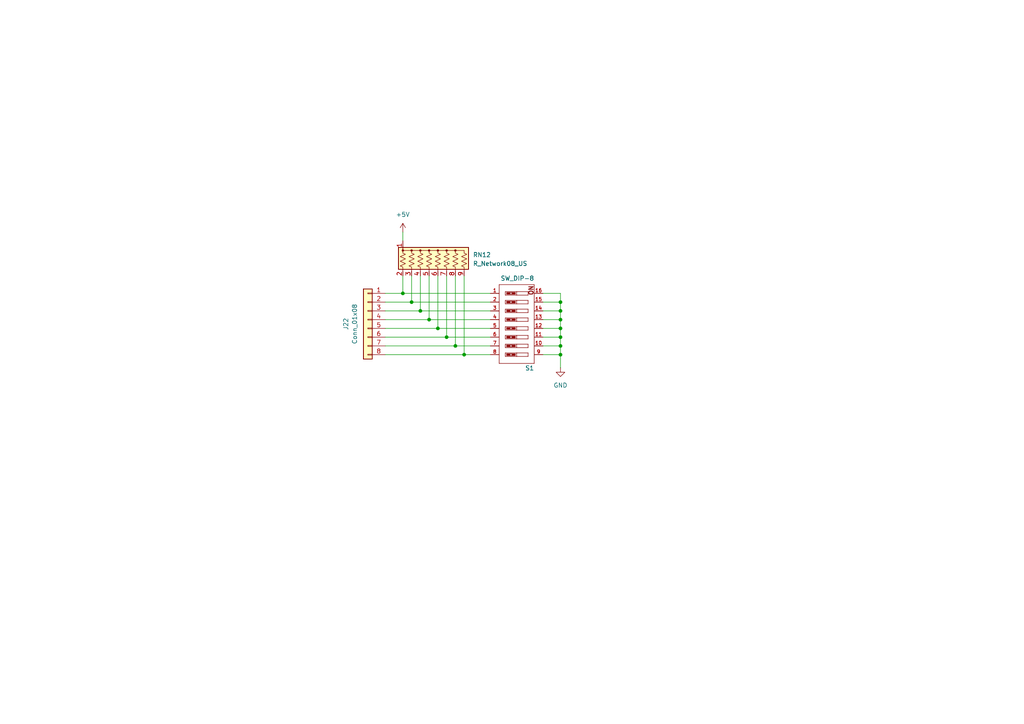
<source format=kicad_sch>
(kicad_sch (version 20250114) (generator "eeschema") (generator_version "9.0")
  (paper "A4")
  (lib_symbols
    (symbol "Connector_Generic:Conn_01x08" (pin_names (offset 1.016) (hide yes))
      (property "Reference" "J" (at 0 10.16 0))
      (property "Value" "Conn_01x08" (at 0 -12.7 0))
      (symbol "Conn_01x08_1_1"
        (rectangle (start -1.27 8.89) (end 1.27 -11.43) (stroke (width 0.254)) (fill (type background)))
        (rectangle (start -1.27 7.747) (end 0 7.493) (stroke (width 0.1524)))
        (rectangle (start -1.27 5.207) (end 0 4.953) (stroke (width 0.1524)))
        (rectangle (start -1.27 2.667) (end 0 2.413) (stroke (width 0.1524)))
        (rectangle (start -1.27 0.127) (end 0 -0.127) (stroke (width 0.1524)))
        (rectangle (start -1.27 -2.413) (end 0 -2.667) (stroke (width 0.1524)))
        (rectangle (start -1.27 -4.953) (end 0 -5.207) (stroke (width 0.1524)))
        (rectangle (start -1.27 -7.493) (end 0 -7.747) (stroke (width 0.1524)))
        (rectangle (start -1.27 -10.033) (end 0 -10.287) (stroke (width 0.1524)))
        (pin passive line (at -5.08 7.62 0) (length 3.81) (name "Pin_1") (number "1"))
        (pin passive line (at -5.08 5.08 0) (length 3.81) (name "Pin_2") (number "2"))
        (pin passive line (at -5.08 2.54 0) (length 3.81) (name "Pin_3") (number "3"))
        (pin passive line (at -5.08 0 0) (length 3.81) (name "Pin_4") (number "4"))
        (pin passive line (at -5.08 -2.54 0) (length 3.81) (name "Pin_5") (number "5"))
        (pin passive line (at -5.08 -5.08 0) (length 3.81) (name "Pin_6") (number "6"))
        (pin passive line (at -5.08 -7.62 0) (length 3.81) (name "Pin_7") (number "7"))
        (pin passive line (at -5.08 -10.16 0) (length 3.81) (name "Pin_8") (number "8"))
      )
    )
    (symbol "Device:R_Network08_US" (pin_names (offset 0) (hide yes))
      (property "Reference" "RN" (at -12.7 0 90))
      (property "Value" "R_Network08_US" (at 10.16 0 90))
      (symbol "R_Network08_US_0_1"
        (rectangle (start -11.43 -3.175) (end 8.89 3.175) (stroke (width 0.254)) (fill (type background)))
        (circle (center -10.16 2.286) (radius 0.254) (fill (type outline)))
        (polyline (pts (xy -10.16 2.286) (xy 7.62 2.286)))
        (polyline (pts (xy -10.16 2.286) (xy -10.16 1.524) (xy -9.398 1.1684) (xy -10.922 0.508) (xy -9.398 -0.1524) (xy -10.922 -0.8382) (xy -9.398 -1.524) (xy -10.922 -2.1844) (xy -10.16 -2.54) (xy -10.16 -3.81)))
        (circle (center -7.62 2.286) (radius 0.254) (fill (type outline)))
        (polyline (pts (xy -7.62 2.286) (xy -7.62 1.524) (xy -6.858 1.1684) (xy -8.382 0.508) (xy -6.858 -0.1524) (xy -8.382 -0.8382) (xy -6.858 -1.524) (xy -8.382 -2.1844) (xy -7.62 -2.54) (xy -7.62 -3.81)))
        (circle (center -5.08 2.286) (radius 0.254) (fill (type outline)))
        (polyline (pts (xy -5.08 2.286) (xy -5.08 1.524) (xy -4.318 1.1684) (xy -5.842 0.508) (xy -4.318 -0.1524) (xy -5.842 -0.8382) (xy -4.318 -1.524) (xy -5.842 -2.1844) (xy -5.08 -2.54) (xy -5.08 -3.81)))
        (circle (center -2.54 2.286) (radius 0.254) (fill (type outline)))
        (polyline (pts (xy -2.54 2.286) (xy -2.54 1.524) (xy -1.778 1.1684) (xy -3.302 0.508) (xy -1.778 -0.1524) (xy -3.302 -0.8382) (xy -1.778 -1.524) (xy -3.302 -2.1844) (xy -2.54 -2.54) (xy -2.54 -3.81)))
        (circle (center 0 2.286) (radius 0.254) (fill (type outline)))
        (polyline (pts (xy 0 2.286) (xy 0 1.524) (xy 0.762 1.1684) (xy -0.762 0.508) (xy 0.762 -0.1524) (xy -0.762 -0.8382) (xy 0.762 -1.524) (xy -0.762 -2.1844) (xy 0 -2.54) (xy 0 -3.81)))
        (polyline (pts (xy 2.54 2.286) (xy 2.54 1.524) (xy 3.302 1.1684) (xy 1.778 0.508) (xy 3.302 -0.1524) (xy 1.778 -0.8382) (xy 3.302 -1.524) (xy 1.778 -2.1844) (xy 2.54 -2.54) (xy 2.54 -3.81)))
        (circle (center 2.54 2.286) (radius 0.254) (fill (type outline)))
        (polyline (pts (xy 5.08 2.286) (xy 5.08 1.524) (xy 5.842 1.1684) (xy 4.318 0.508) (xy 5.842 -0.1524) (xy 4.318 -0.8382) (xy 5.842 -1.524) (xy 4.318 -2.1844) (xy 5.08 -2.54) (xy 5.08 -3.81)))
        (circle (center 5.08 2.286) (radius 0.254) (fill (type outline)))
        (polyline (pts (xy 7.62 2.286) (xy 7.62 1.524) (xy 8.382 1.1684) (xy 6.858 0.508) (xy 8.382 -0.1524) (xy 6.858 -0.8382) (xy 8.382 -1.524) (xy 6.858 -2.1844) (xy 7.62 -2.54) (xy 7.62 -3.81)))
      )
      (symbol "R_Network08_US_1_1"
        (pin passive line (at -10.16 5.08 270) (length 2.54) (name "common") (number "1"))
        (pin passive line (at -10.16 -5.08 90) (length 1.27) (name "R1") (number "2"))
        (pin passive line (at -7.62 -5.08 90) (length 1.27) (name "R2") (number "3"))
        (pin passive line (at -5.08 -5.08 90) (length 1.27) (name "R3") (number "4"))
        (pin passive line (at -2.54 -5.08 90) (length 1.27) (name "R4") (number "5"))
        (pin passive line (at 0 -5.08 90) (length 1.27) (name "R5") (number "6"))
        (pin passive line (at 2.54 -5.08 90) (length 1.27) (name "R6") (number "7"))
        (pin passive line (at 5.08 -5.08 90) (length 1.27) (name "R7") (number "8"))
        (pin passive line (at 7.62 -5.08 90) (length 1.27) (name "R8") (number "9"))
      )
    )
    (symbol "SW_DIP-8_2" (pin_names (offset 1.016))
      (property "Reference" "S" (at -5.08 10.795 0))
      (property "Value" "SW_DIP-8" (at -5.08 -15.24 0))
      (symbol "SW_DIP-8_2_1_0"
        (polyline (pts (xy -5.08 10.16) (xy -5.08 -12.7)))
        (polyline (pts (xy -5.08 -12.7) (xy 5.08 -12.7)))
        (polyline (pts (xy -3.302 8.128) (xy 0 8.128)))
        (polyline (pts (xy -3.302 7.112) (xy -3.302 8.128)))
        (polyline (pts (xy -3.302 5.588) (xy 0 5.588)))
        (polyline (pts (xy -3.302 4.572) (xy -3.302 5.588)))
        (polyline (pts (xy -3.302 3.048) (xy 0 3.048)))
        (polyline (pts (xy -3.302 2.032) (xy -3.302 3.048)))
        (polyline (pts (xy -3.302 0.508) (xy 0 0.508)))
        (polyline (pts (xy -3.302 -0.508) (xy -3.302 0.508)))
        (polyline (pts (xy -3.302 -2.032) (xy 0 -2.032)))
        (polyline (pts (xy -3.302 -3.048) (xy -3.302 -2.032)))
        (polyline (pts (xy -3.302 -4.572) (xy 0 -4.572)))
        (polyline (pts (xy -3.302 -5.588) (xy -3.302 -4.572)))
        (polyline (pts (xy -3.302 -7.112) (xy 0 -7.112)))
        (polyline (pts (xy -3.302 -8.128) (xy -3.302 -7.112)))
        (polyline (pts (xy -3.302 -9.652) (xy 0 -9.652)))
        (polyline (pts (xy -3.302 -10.668) (xy -3.302 -9.652)))
        (polyline (pts (xy 0 8.128) (xy 0 7.112)))
        (polyline (pts (xy 0 8.128) (xy 3.302 8.128)))
        (polyline (pts (xy 0 7.112) (xy -3.302 7.112)))
        (polyline (pts (xy 0 5.588) (xy 0 4.572)))
        (polyline (pts (xy 0 5.588) (xy 3.302 5.588)))
        (polyline (pts (xy 0 4.572) (xy -3.302 4.572)))
        (polyline (pts (xy 0 3.048) (xy 0 2.032)))
        (polyline (pts (xy 0 3.048) (xy 3.302 3.048)))
        (polyline (pts (xy 0 2.032) (xy -3.302 2.032)))
        (polyline (pts (xy 0 0.508) (xy 0 -0.508)))
        (polyline (pts (xy 0 0.508) (xy 3.302 0.508)))
        (polyline (pts (xy 0 -0.508) (xy -3.302 -0.508)))
        (polyline (pts (xy 0 -2.032) (xy 0 -3.048)))
        (polyline (pts (xy 0 -2.032) (xy 3.302 -2.032)))
        (polyline (pts (xy 0 -3.048) (xy -3.302 -3.048)))
        (polyline (pts (xy 0 -4.572) (xy 0 -5.588)))
        (polyline (pts (xy 0 -4.572) (xy 3.302 -4.572)))
        (polyline (pts (xy 0 -5.588) (xy -3.302 -5.588)))
        (polyline (pts (xy 0 -7.112) (xy 0 -8.128)))
        (polyline (pts (xy 0 -7.112) (xy 3.302 -7.112)))
        (polyline (pts (xy 0 -8.128) (xy -3.302 -8.128)))
        (polyline (pts (xy 0 -9.652) (xy 0 -10.668)))
        (polyline (pts (xy 0 -9.652) (xy 3.302 -9.652)))
        (polyline (pts (xy 0 -10.668) (xy -3.302 -10.668)))
        (polyline (pts (xy 1.397 7.874) (xy 1.905 7.874)))
        (polyline (pts (xy 1.397 7.366) (xy 1.905 7.366)))
        (polyline (pts (xy 1.397 5.334) (xy 1.905 5.334)))
        (polyline (pts (xy 1.397 4.826) (xy 1.905 4.826)))
        (polyline (pts (xy 1.397 2.794) (xy 1.905 2.794)))
        (polyline (pts (xy 1.397 2.286) (xy 1.905 2.286)))
        (polyline (pts (xy 1.397 0.254) (xy 1.905 0.254)))
        (polyline (pts (xy 1.397 -0.254) (xy 1.905 -0.254)))
        (polyline (pts (xy 1.397 -2.286) (xy 1.905 -2.286)))
        (polyline (pts (xy 1.397 -2.794) (xy 1.905 -2.794)))
        (polyline (pts (xy 1.397 -4.826) (xy 1.905 -4.826)))
        (polyline (pts (xy 1.397 -5.334) (xy 1.905 -5.334)))
        (polyline (pts (xy 1.397 -7.366) (xy 1.905 -7.366)))
        (polyline (pts (xy 1.397 -7.874) (xy 1.905 -7.874)))
        (polyline (pts (xy 1.397 -9.906) (xy 1.905 -9.906)))
        (polyline (pts (xy 1.397 -10.414) (xy 1.905 -10.414)))
        (polyline (pts (xy 3.302 8.128) (xy 3.302 7.112)))
        (polyline (pts (xy 3.302 7.112) (xy 0 7.112)))
        (polyline (pts (xy 3.302 5.588) (xy 3.302 4.572)))
        (polyline (pts (xy 3.302 4.572) (xy 0 4.572)))
        (polyline (pts (xy 3.302 3.048) (xy 3.302 2.032)))
        (polyline (pts (xy 3.302 2.032) (xy 0 2.032)))
        (polyline (pts (xy 3.302 0.508) (xy 3.302 -0.508)))
        (polyline (pts (xy 3.302 -0.508) (xy 0 -0.508)))
        (polyline (pts (xy 3.302 -2.032) (xy 3.302 -3.048)))
        (polyline (pts (xy 3.302 -3.048) (xy 0 -3.048)))
        (polyline (pts (xy 3.302 -4.572) (xy 3.302 -5.588)))
        (polyline (pts (xy 3.302 -5.588) (xy 0 -5.588)))
        (polyline (pts (xy 3.302 -7.112) (xy 3.302 -8.128)))
        (polyline (pts (xy 3.302 -8.128) (xy 0 -8.128)))
        (polyline (pts (xy 3.302 -9.652) (xy 3.302 -10.668)))
        (polyline (pts (xy 3.302 -10.668) (xy 0 -10.668)))
        (polyline (pts (xy 5.08 10.16) (xy -5.08 10.16)))
        (polyline (pts (xy 5.08 -12.7) (xy 5.08 10.16)))
        (text "ON" (at -4.191 -11.049 1) (effects (font (size 1.27 1.27) (bold yes))))
      )
      (symbol "SW_DIP-8_2_1_1"
        (rectangle (start 0.381 7.366) (end 1.397 7.874) (fill (type outline)))
        (rectangle (start 0.381 4.826) (end 1.397 5.334) (fill (type outline)))
        (rectangle (start 0.381 2.286) (end 1.397 2.794) (fill (type outline)))
        (rectangle (start 0.381 -0.254) (end 1.397 0.254) (fill (type outline)))
        (rectangle (start 0.381 -2.794) (end 1.397 -2.286) (fill (type outline)))
        (rectangle (start 0.381 -5.334) (end 1.397 -4.826) (fill (type outline)))
        (rectangle (start 0.381 -7.874) (end 1.397 -7.366) (fill (type outline)))
        (rectangle (start 0.381 -10.414) (end 1.397 -9.906) (fill (type outline)))
        (rectangle (start 1.905 7.366) (end 2.921 7.874) (fill (type outline)))
        (rectangle (start 1.905 4.826) (end 2.921 5.334) (fill (type outline)))
        (rectangle (start 1.905 2.286) (end 2.921 2.794) (fill (type outline)))
        (rectangle (start 1.905 -0.254) (end 2.921 0.254) (fill (type outline)))
        (rectangle (start 1.905 -2.794) (end 2.921 -2.286) (fill (type outline)))
        (rectangle (start 1.905 -5.334) (end 2.921 -4.826) (fill (type outline)))
        (rectangle (start 1.905 -7.874) (end 2.921 -7.366) (fill (type outline)))
        (rectangle (start 1.905 -10.414) (end 2.921 -9.906) (fill (type outline)))
        (pin passive line (at -7.62 7.62 0) (length 2.54) (name "~") (number "9"))
        (pin passive line (at -7.62 5.08 0) (length 2.54) (name "~") (number "10"))
        (pin passive line (at -7.62 2.54 0) (length 2.54) (name "~") (number "11"))
        (pin passive line (at -7.62 0 0) (length 2.54) (name "~") (number "12"))
        (pin passive line (at -7.62 -2.54 0) (length 2.54) (name "~") (number "13"))
        (pin passive line (at -7.62 -5.08 0) (length 2.54) (name "~") (number "14"))
        (pin passive line (at -7.62 -7.62 0) (length 2.54) (name "~") (number "15"))
        (pin passive line (at -7.62 -10.16 0) (length 2.54) (name "~") (number "16"))
        (pin passive line (at 7.62 7.62 180) (length 2.54) (name "~") (number "8"))
        (pin passive line (at 7.62 5.08 180) (length 2.54) (name "~") (number "7"))
        (pin passive line (at 7.62 2.54 180) (length 2.54) (name "~") (number "6"))
        (pin passive line (at 7.62 0 180) (length 2.54) (name "~") (number "5"))
        (pin passive line (at 7.62 -2.54 180) (length 2.54) (name "~") (number "4"))
        (pin passive line (at 7.62 -5.08 180) (length 2.54) (name "~") (number "3"))
        (pin passive line (at 7.62 -7.62 180) (length 2.54) (name "~") (number "2"))
        (pin passive line (at 7.62 -10.16 180) (length 2.54) (name "~") (number "1"))
      )
    )
    (symbol "power:+5V" (power) (pin_numbers (hide yes)) (pin_names (offset 0) (hide yes))
      (property "Value" "+5V" (at 0 3.556 0))
      (symbol "+5V_0_1"
        (polyline (pts (xy -0.762 1.27) (xy 0 2.54)))
        (polyline (pts (xy 0 2.54) (xy 0.762 1.27)))
        (polyline (pts (xy 0 0) (xy 0 2.54)))
      )
      (symbol "+5V_1_1"
        (pin power_in line (at 0 0 90) (length 0) (name "~") (number "1"))
      )
    )
    (symbol "power:GND" (power) (pin_numbers (hide yes)) (pin_names (offset 0) (hide yes))
      (property "Value" "GND" (at 0 -3.81 0))
      (symbol "GND_0_1"
        (polyline (pts (xy 0 0) (xy 0 -1.27) (xy 1.27 -1.27) (xy 0 -2.54) (xy -1.27 -1.27) (xy 0 -1.27)))
      )
      (symbol "GND_1_1"
        (pin power_in line (at 0 0 270) (length 0) (name "~") (number "1"))
      )
    )
  )
  (junction (at 162.56 102.87))
  (junction (at 162.56 97.79))
  (junction (at 127 95.25))
  (junction (at 134.62 102.87))
  (junction (at 124.46 92.71))
  (junction (at 121.92 90.17))
  (junction (at 162.56 90.17))
  (junction (at 129.54 97.79))
  (junction (at 119.38 87.63))
  (junction (at 162.56 87.63))
  (junction (at 162.56 100.33))
  (junction (at 162.56 92.71))
  (junction (at 132.08 100.33))
  (junction (at 116.84 85.09))
  (junction (at 162.56 95.25))
  (wire (pts (xy 119.38 87.63) (xy 142.24 87.63)))
  (wire (pts (xy 124.46 80.01) (xy 124.46 92.71)))
  (wire (pts (xy 162.56 90.17) (xy 162.56 92.71)))
  (wire (pts (xy 129.54 97.79) (xy 142.24 97.79)))
  (wire (pts (xy 162.56 97.79) (xy 162.56 100.33)))
  (wire (pts (xy 111.76 97.79) (xy 129.54 97.79)))
  (wire (pts (xy 157.48 85.09) (xy 162.56 85.09)))
  (wire (pts (xy 111.76 90.17) (xy 121.92 90.17)))
  (wire (pts (xy 116.84 85.09) (xy 142.24 85.09)))
  (wire (pts (xy 157.48 95.25) (xy 162.56 95.25)))
  (wire (pts (xy 124.46 92.71) (xy 142.24 92.71)))
  (wire (pts (xy 162.56 100.33) (xy 162.56 102.87)))
  (wire (pts (xy 111.76 102.87) (xy 134.62 102.87)))
  (wire (pts (xy 111.76 92.71) (xy 124.46 92.71)))
  (wire (pts (xy 127 80.01) (xy 127 95.25)))
  (wire (pts (xy 121.92 80.01) (xy 121.92 90.17)))
  (wire (pts (xy 111.76 100.33) (xy 132.08 100.33)))
  (wire (pts (xy 111.76 85.09) (xy 116.84 85.09)))
  (wire (pts (xy 157.48 102.87) (xy 162.56 102.87)))
  (wire (pts (xy 157.48 90.17) (xy 162.56 90.17)))
  (wire (pts (xy 157.48 100.33) (xy 162.56 100.33)))
  (wire (pts (xy 157.48 87.63) (xy 162.56 87.63)))
  (wire (pts (xy 127 95.25) (xy 142.24 95.25)))
  (wire (pts (xy 111.76 95.25) (xy 127 95.25)))
  (wire (pts (xy 116.84 80.01) (xy 116.84 85.09)))
  (wire (pts (xy 116.84 67.31) (xy 116.84 69.85)))
  (wire (pts (xy 157.48 92.71) (xy 162.56 92.71)))
  (wire (pts (xy 129.54 80.01) (xy 129.54 97.79)))
  (wire (pts (xy 132.08 100.33) (xy 142.24 100.33)))
  (wire (pts (xy 162.56 95.25) (xy 162.56 97.79)))
  (wire (pts (xy 162.56 102.87) (xy 162.56 106.68)))
  (wire (pts (xy 121.92 90.17) (xy 142.24 90.17)))
  (wire (pts (xy 157.48 97.79) (xy 162.56 97.79)))
  (wire (pts (xy 111.76 87.63) (xy 119.38 87.63)))
  (wire (pts (xy 119.38 80.01) (xy 119.38 87.63)))
  (wire (pts (xy 134.62 102.87) (xy 142.24 102.87)))
  (wire (pts (xy 162.56 85.09) (xy 162.56 87.63)))
  (wire (pts (xy 162.56 92.71) (xy 162.56 95.25)))
  (wire (pts (xy 162.56 87.63) (xy 162.56 90.17)))
  (wire (pts (xy 132.08 80.01) (xy 132.08 100.33)))
  (wire (pts (xy 134.62 80.01) (xy 134.62 102.87)))
  (symbol (lib_name "SW_DIP-8_2") (lib_id "Ultra_DB_X51_v1-rescue:SW_DIP-8") (at 149.86 95.25 180) (unit 1)
    (property "Reference" "S1" (at 154.94 106.045 0) (effects (justify left bottom)))
    (property "Value" "SW_DIP-8" (at 154.94 80.01 0) (effects (justify left bottom)))
    (property "Footprint" "SparkFun-DIPSWITCH-08" (effects (hide yes)))
  )
  (symbol (lib_id "Connector_Generic:Conn_01x08") (at 106.68 92.71 0) (mirror y) (unit 1)
    (property "Reference" "J22" (at 100.33 93.98 90))
    (property "Value" "Conn_01x08" (at 102.87 93.98 90))
    (property "Footprint" "Connector_PinHeader_2.54mm:PinHeader_1x08_P2.54mm_Vertical" (effects (hide yes)))
    (property "Description" "Generic connector, single row, 01x08, script generated (kicad-library-utils/schlib/autogen/connector/)" (effects (hide yes)))
  )
  (symbol (lib_id "power:GND") (at 162.56 106.68 0) (unit 1)
    (property "Reference" "#PWR040" (effects (hide yes)))
    (property "Value" "GND" (at 162.56 111.76 0))
    (property "Description" "Power symbol creates a global label with name \"GND\" , ground" (effects (hide yes)))
  )
  (symbol (lib_id "Device:R_Network08_US") (at 127 74.93 0) (unit 1)
    (property "Reference" "RN12" (at 137.16 73.9139 0) (effects (justify left)))
    (property "Value" "R_Network08_US" (at 137.16 76.4539 0) (effects (justify left)))
    (property "Footprint" "Resistor_THT:R_Array_SIP9" (effects (hide yes)))
    (property "Datasheet" "http://www.vishay.com/docs/31509/csc.pdf" (effects (hide yes)))
    (property "Description" "8 resistor network, star topology, bussed resistors, small US symbol" (effects (hide yes)))
  )
  (symbol (lib_id "power:+5V") (at 116.84 67.31 0) (unit 1)
    (property "Reference" "#PWR041" (effects (hide yes)))
    (property "Value" "+5V" (at 116.84 62.23 0))
    (property "Description" "Power symbol creates a global label with name \"+5V\"" (effects (hide yes)))
  )
)
</source>
